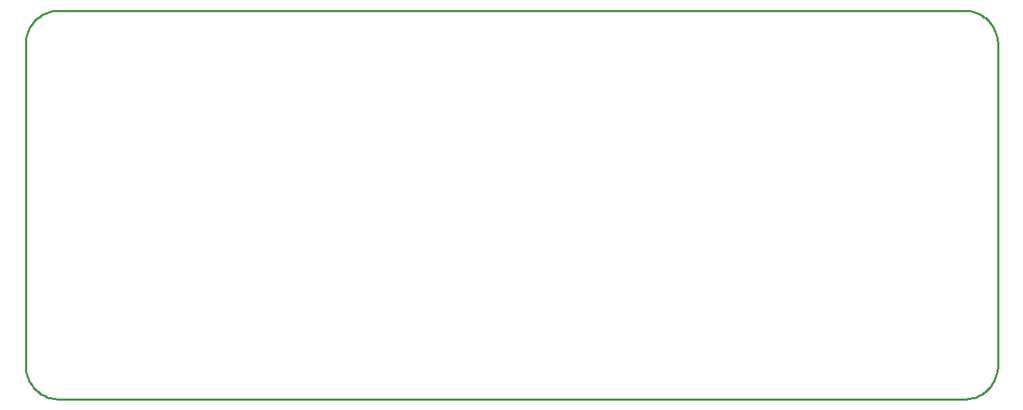
<source format=gm1>
G04*
G04 #@! TF.GenerationSoftware,Altium Limited,Altium Designer,22.10.1 (41)*
G04*
G04 Layer_Color=16711935*
%FSLAX44Y44*%
%MOMM*%
G71*
G04*
G04 #@! TF.SameCoordinates,928D53FB-E6BB-4B63-96BA-E5CEFA686ED6*
G04*
G04*
G04 #@! TF.FilePolarity,Positive*
G04*
G01*
G75*
%ADD10C,0.2500*%
D10*
X1110000Y0D02*
X1112512Y79D01*
X1115013Y315D01*
X1117495Y708D01*
X1119948Y1257D01*
X1122361Y1958D01*
X1124725Y2809D01*
X1127031Y3807D01*
X1129270Y4948D01*
X1131433Y6227D01*
X1133511Y7639D01*
X1135497Y9179D01*
X1137382Y10841D01*
X1139159Y12618D01*
X1140820Y14503D01*
X1142361Y16489D01*
X1143773Y18567D01*
X1145052Y20730D01*
X1146193Y22969D01*
X1147191Y25275D01*
X1148042Y27639D01*
X1148743Y30052D01*
X1149292Y32505D01*
X1149685Y34987D01*
X1149921Y37489D01*
X1150000Y40000D01*
X1150001Y420000D02*
X1149922Y422512D01*
X1149686Y425013D01*
X1149293Y427495D01*
X1148745Y429948D01*
X1148043Y432361D01*
X1147192Y434725D01*
X1146194Y437031D01*
X1145053Y439270D01*
X1143774Y441433D01*
X1142362Y443511D01*
X1140822Y445497D01*
X1139160Y447382D01*
X1137383Y449159D01*
X1135498Y450821D01*
X1133513Y452361D01*
X1131434Y453773D01*
X1129271Y455052D01*
X1127032Y456193D01*
X1124726Y457191D01*
X1122362Y458042D01*
X1119949Y458743D01*
X1117496Y459291D01*
X1115014Y459685D01*
X1112513Y459921D01*
X1110001Y460000D01*
X40000D02*
X37488Y459921D01*
X34987Y459685D01*
X32505Y459291D01*
X30052Y458743D01*
X27639Y458042D01*
X25275Y457191D01*
X22969Y456193D01*
X20730Y455052D01*
X18567Y453773D01*
X16489Y452361D01*
X14503Y450821D01*
X12618Y449159D01*
X10841Y447382D01*
X9179Y445497D01*
X7639Y443511D01*
X6227Y441433D01*
X4948Y439270D01*
X3807Y437031D01*
X2809Y434725D01*
X1958Y432361D01*
X1257Y429948D01*
X708Y427495D01*
X315Y425013D01*
X79Y422512D01*
X0Y420000D01*
Y40000D02*
X79Y37489D01*
X315Y34987D01*
X708Y32505D01*
X1257Y30053D01*
X1958Y27640D01*
X2809Y25275D01*
X3807Y22969D01*
X4948Y20730D01*
X6227Y18567D01*
X7639Y16489D01*
X9179Y14503D01*
X10841Y12618D01*
X12618Y10841D01*
X14503Y9180D01*
X16489Y7640D01*
X18567Y6227D01*
X20730Y4948D01*
X22969Y3807D01*
X25275Y2809D01*
X27639Y1958D01*
X30052Y1257D01*
X32505Y709D01*
X34987Y316D01*
X37489Y79D01*
X40000Y0D01*
X1150000Y40000D02*
X1150001Y420000D01*
X40000Y460000D02*
X1110001Y460000D01*
X40000Y0D02*
X1110000Y-0D01*
X0Y420000D02*
X0Y40000D01*
M02*

</source>
